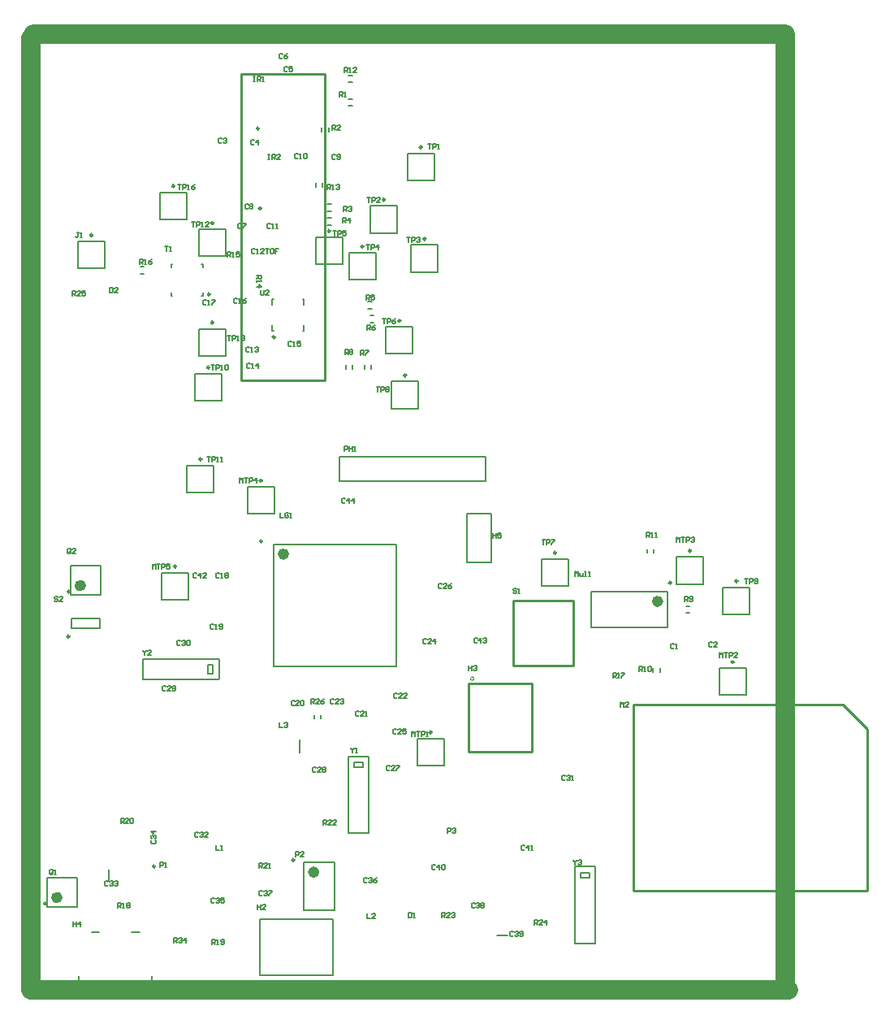
<source format=gto>
G04 Layer_Color=65535*
%FSLAX25Y25*%
%MOIN*%
G70*
G01*
G75*
%ADD48C,0.01000*%
%ADD51C,0.08000*%
%ADD61C,0.00984*%
%ADD62C,0.02362*%
%ADD63C,0.00200*%
%ADD64C,0.00787*%
%ADD65C,0.00500*%
D48*
X93700Y353300D02*
G03*
X93700Y353300I-500J0D01*
G01*
X94500Y320500D02*
G03*
X94500Y320500I-500J0D01*
G01*
X333326Y117000D02*
X343426Y106900D01*
Y40500D02*
Y106900D01*
X247426Y40500D02*
X343426D01*
X247426D02*
Y117000D01*
X333326D01*
X179488Y97616D02*
Y125802D01*
X205685Y97616D02*
Y125802D01*
X179488D02*
X205685D01*
X179488Y97616D02*
X205685D01*
X222520Y133100D02*
Y159600D01*
X198021D02*
X222520D01*
X198021Y133100D02*
Y159600D01*
Y133100D02*
X222520D01*
X86200Y375500D02*
X120700D01*
Y249900D02*
Y375500D01*
X86200Y249900D02*
X120700D01*
X86200D02*
Y375500D01*
X0Y391200D02*
X800Y392000D01*
D51*
X309500Y0D02*
Y392000D01*
X0Y0D02*
Y390400D01*
Y0D02*
X311100D01*
X800Y392000D02*
X309500D01*
D61*
X164492Y105671D02*
G03*
X164492Y105671I-492J0D01*
G01*
X6387Y35423D02*
G03*
X6387Y35423I-492J0D01*
G01*
X51018Y50643D02*
G03*
X51018Y50643I-492J0D01*
G01*
X108164Y53246D02*
G03*
X108164Y53246I-492J0D01*
G01*
X290092Y167671D02*
G03*
X290092Y167671I-492J0D01*
G01*
X154092Y252071D02*
G03*
X154092Y252071I-492J0D01*
G01*
X70092Y217671D02*
G03*
X70092Y217671I-492J0D01*
G01*
X25292Y309571D02*
G03*
X25292Y309571I-492J0D01*
G01*
X151692Y274471D02*
G03*
X151692Y274471I-492J0D01*
G01*
X100187Y267745D02*
G03*
X100187Y267745I-492J0D01*
G01*
X74892Y314471D02*
G03*
X74892Y314471I-492J0D01*
G01*
X58892Y329671D02*
G03*
X58892Y329671I-492J0D01*
G01*
X122892Y311271D02*
G03*
X122892Y311271I-492J0D01*
G01*
X162092Y308071D02*
G03*
X162092Y308071I-492J0D01*
G01*
X136492Y304871D02*
G03*
X136492Y304871I-492J0D01*
G01*
X160492Y345671D02*
G03*
X160492Y345671I-492J0D01*
G01*
X145292Y324071D02*
G03*
X145292Y324071I-492J0D01*
G01*
X74892Y273671D02*
G03*
X74892Y273671I-492J0D01*
G01*
X73292Y255271D02*
G03*
X73292Y255271I-492J0D01*
G01*
X15805Y144987D02*
G03*
X15805Y144987I-492J0D01*
G01*
X288492Y134471D02*
G03*
X288492Y134471I-492J0D01*
G01*
X94977Y183978D02*
G03*
X94977Y183978I-492J0D01*
G01*
X94892Y208871D02*
G03*
X94892Y208871I-492J0D01*
G01*
X59692Y173671D02*
G03*
X59692Y173671I-492J0D01*
G01*
X73547Y285295D02*
G03*
X73547Y285295I-492J0D01*
G01*
X215692Y179271D02*
G03*
X215692Y179271I-492J0D01*
G01*
X15987Y163423D02*
G03*
X15987Y163423I-492J0D01*
G01*
X270892Y180071D02*
G03*
X270892Y180071I-492J0D01*
G01*
X262824Y167024D02*
G03*
X262824Y167024I-492J0D01*
G01*
D62*
X11816Y37835D02*
G03*
X11816Y37835I-1181J0D01*
G01*
X117219Y48305D02*
G03*
X117219Y48305I-1181J0D01*
G01*
X104820Y178761D02*
G03*
X104820Y178761I-1181J0D01*
G01*
X21416Y165835D02*
G03*
X21416Y165835I-1181J0D01*
G01*
X258395Y159346D02*
G03*
X258395Y159346I-1181J0D01*
G01*
D63*
X181912Y127660D02*
G03*
X181912Y127660I-742J0D01*
G01*
D64*
X158488Y103112D02*
X169512D01*
X169512Y92088D02*
Y103112D01*
X158488Y92088D02*
X169512D01*
X158488Y92088D02*
Y103112D01*
X118978Y111213D02*
Y112787D01*
X116222Y111213D02*
Y112787D01*
X6698Y33898D02*
X18902D01*
X6698Y46102D02*
X18902D01*
X6698Y33898D02*
Y46102D01*
X18902Y33898D02*
Y46102D01*
X112101Y32557D02*
Y52242D01*
X124699Y32557D02*
Y52242D01*
X112101D02*
X124699D01*
X112101Y32557D02*
X124699D01*
X191435Y22400D02*
X195765D01*
X258178Y130413D02*
Y131987D01*
X255422Y130413D02*
Y131987D01*
X284088Y165112D02*
X295112D01*
X295112Y154088D02*
Y165112D01*
X284088Y154088D02*
X295112D01*
X284088Y154088D02*
Y165112D01*
X268813Y157378D02*
X270387D01*
X268813Y154622D02*
X270387D01*
X253022Y179213D02*
Y180787D01*
X255778Y179213D02*
Y180787D01*
X148088Y249512D02*
X159112D01*
X159112Y238488D02*
Y249512D01*
X148088Y238488D02*
X159112D01*
X148088Y238488D02*
Y249512D01*
X64088Y215112D02*
X75112D01*
X75112Y204088D02*
Y215112D01*
X64088Y204088D02*
X75112D01*
X64088Y204088D02*
Y215112D01*
X19288Y307012D02*
X30312D01*
X30312Y295988D02*
Y307012D01*
X19288Y295988D02*
X30312D01*
X19288Y295988D02*
Y307012D01*
X44813Y293822D02*
X46387D01*
X44813Y296578D02*
X46387D01*
X129322Y254613D02*
Y256187D01*
X132078Y254613D02*
Y256187D01*
X137022Y254813D02*
Y256387D01*
X139778Y254813D02*
Y256387D01*
X145688Y271912D02*
X156712D01*
X156712Y260888D02*
Y271912D01*
X145688Y260888D02*
X156712D01*
X145688Y260888D02*
Y271912D01*
X139213Y276578D02*
X140787D01*
X139213Y273822D02*
X140787D01*
X138413Y282178D02*
X139987D01*
X138413Y279422D02*
X139987D01*
X112096Y270304D02*
Y272765D01*
X111604Y270304D02*
X112096D01*
Y280835D02*
Y283296D01*
X111604D02*
X112096D01*
X99104D02*
X99596D01*
X99104Y280835D02*
Y283296D01*
Y270304D02*
Y272765D01*
Y270304D02*
X99596D01*
X68888Y311912D02*
X79912D01*
X79912Y300888D02*
Y311912D01*
X68888Y300888D02*
X79912D01*
X68888Y300888D02*
Y311912D01*
X52888Y327112D02*
X63912D01*
X63912Y316088D02*
Y327112D01*
X52888Y316088D02*
X63912D01*
X52888Y316088D02*
Y327112D01*
X116888Y308712D02*
X127912D01*
X127912Y297688D02*
Y308712D01*
X116888Y297688D02*
X127912D01*
X116888Y297688D02*
Y308712D01*
X156088Y305512D02*
X167112D01*
X167112Y294488D02*
Y305512D01*
X156088Y294488D02*
X167112D01*
X156088Y294488D02*
Y305512D01*
X130488Y302312D02*
X141512D01*
X141512Y291288D02*
Y302312D01*
X130488Y291288D02*
X141512D01*
X130488Y291288D02*
Y302312D01*
X154488Y343112D02*
X165512D01*
X165512Y332088D02*
Y343112D01*
X154488Y332088D02*
X165512D01*
X154488Y332088D02*
Y343112D01*
X139288Y321512D02*
X150312D01*
X150312Y310488D02*
Y321512D01*
X139288Y310488D02*
X150312D01*
X139288Y310488D02*
Y321512D01*
X121613Y316578D02*
X123187D01*
X121613Y313822D02*
X123187D01*
X68888Y271112D02*
X79912D01*
X79912Y260088D02*
Y271112D01*
X68888Y260088D02*
X79912D01*
X68888Y260088D02*
Y271112D01*
X67288Y252712D02*
X78312D01*
X78312Y241688D02*
Y252712D01*
X67288Y241688D02*
X78312D01*
X67288Y241688D02*
Y252712D01*
X16495Y148432D02*
Y152368D01*
X28306Y148432D02*
Y152368D01*
X16495Y148432D02*
X28306D01*
X16495Y152368D02*
X28306D01*
X282488Y131912D02*
X293512D01*
X293512Y120888D02*
Y131912D01*
X282488Y120888D02*
X293512D01*
X282488Y120888D02*
Y131912D01*
X99702Y132502D02*
X149898D01*
X99702Y182698D02*
X149898D01*
Y132502D02*
Y182698D01*
X99702Y132502D02*
Y182698D01*
X189000Y175200D02*
Y195200D01*
X179000D02*
X189000D01*
X179000Y175200D02*
Y195200D01*
Y175200D02*
X189000D01*
X32000Y45035D02*
Y49365D01*
X126600Y208600D02*
X186600D01*
X126600Y218600D02*
X186600D01*
X126600Y208600D02*
Y218600D01*
X186600Y208600D02*
Y218600D01*
X88888Y206312D02*
X99912D01*
X99912Y195288D02*
Y206312D01*
X88888Y195288D02*
X99912D01*
X88888Y195288D02*
Y206312D01*
X53688Y171112D02*
X64712D01*
X64712Y160088D02*
Y171112D01*
X53688Y160088D02*
X64712D01*
X53688Y160088D02*
Y171112D01*
X70496Y284704D02*
Y286121D01*
X70063Y284704D02*
X70496D01*
X57504D02*
X57937D01*
X57504D02*
Y286121D01*
Y296279D02*
Y297696D01*
X57937D01*
X70496Y296279D02*
Y297696D01*
X70063D02*
X70496D01*
X209688Y176712D02*
X220712D01*
X220712Y165688D02*
Y176712D01*
X209688Y165688D02*
X220712D01*
X209688Y165688D02*
Y176712D01*
X16298Y161898D02*
X28502D01*
X16298Y174102D02*
X28502D01*
X16298Y161898D02*
Y174102D01*
X28502Y161898D02*
Y174102D01*
X110400Y97441D02*
Y102559D01*
X264888Y177512D02*
X275912D01*
X275912Y166488D02*
Y177512D01*
X264888Y166488D02*
X275912D01*
X264888Y166488D02*
Y177512D01*
X230049Y163284D02*
X261151D01*
X230049Y148716D02*
X261151D01*
Y163284D01*
X230049Y148716D02*
Y163284D01*
X130413Y362622D02*
X131987D01*
X130413Y365378D02*
X131987D01*
X130413Y372222D02*
X131987D01*
X130413Y374978D02*
X131987D01*
X122178Y352013D02*
Y353587D01*
X119422Y352013D02*
Y353587D01*
X117022Y329300D02*
Y330875D01*
X119778Y329300D02*
Y330875D01*
X121613Y322178D02*
X123187D01*
X121613Y319422D02*
X123187D01*
D65*
X24904Y23505D02*
X28054D01*
X41440D02*
X44590D01*
X19786Y2245D02*
Y5788D01*
Y2245D02*
X49708D01*
Y5788D01*
X130300Y95800D02*
X138400D01*
X138600Y95600D01*
X130300Y64300D02*
X138400D01*
X130300D02*
Y95800D01*
X136252Y91194D02*
Y93200D01*
X132700D02*
X136252D01*
X132700Y91194D02*
Y93200D01*
Y91194D02*
X136252D01*
X134400Y93200D02*
X134600D01*
X134400Y91200D02*
X134600D01*
X138600Y64300D02*
Y95600D01*
X223300Y50600D02*
X231400D01*
X231600Y50400D01*
X223300Y19100D02*
X231400D01*
X223300D02*
Y50600D01*
X229252Y45994D02*
Y48000D01*
X225700D02*
X229252D01*
X225700Y45994D02*
Y48000D01*
Y45994D02*
X229252D01*
X227400Y48000D02*
X227600D01*
X227400Y46000D02*
X227600D01*
X231600Y19100D02*
Y50400D01*
X77300Y127500D02*
Y135600D01*
X77100Y127300D02*
X77300Y127500D01*
X45800D02*
Y135600D01*
X77300D01*
X72694Y129648D02*
X74700D01*
Y133200D01*
X72694D02*
X74700D01*
X72694Y129648D02*
Y133200D01*
X74700Y131300D02*
Y131500D01*
X72700Y131300D02*
Y131500D01*
X45800Y127300D02*
X77100D01*
X93885Y29151D02*
X123806D01*
X93885Y5923D02*
Y29151D01*
Y5923D02*
X123806D01*
Y29151D01*
X147333Y91766D02*
X147000Y92099D01*
X146333D01*
X146000Y91766D01*
Y90433D01*
X146333Y90100D01*
X147000D01*
X147333Y90433D01*
X149332Y90100D02*
X147999D01*
X149332Y91433D01*
Y91766D01*
X148999Y92099D01*
X148333D01*
X147999Y91766D01*
X149999Y92099D02*
X151332D01*
Y91766D01*
X149999Y90433D01*
Y90100D01*
X117033Y91066D02*
X116700Y91399D01*
X116033D01*
X115700Y91066D01*
Y89733D01*
X116033Y89400D01*
X116700D01*
X117033Y89733D01*
X119032Y89400D02*
X117699D01*
X119032Y90733D01*
Y91066D01*
X118699Y91399D01*
X118033D01*
X117699Y91066D01*
X119699D02*
X120032Y91399D01*
X120698D01*
X121032Y91066D01*
Y90733D01*
X120698Y90400D01*
X121032Y90066D01*
Y89733D01*
X120698Y89400D01*
X120032D01*
X119699Y89733D01*
Y90066D01*
X120032Y90400D01*
X119699Y90733D01*
Y91066D01*
X120032Y90400D02*
X120698D01*
X156300Y104000D02*
Y105999D01*
X156966Y105333D01*
X157633Y105999D01*
Y104000D01*
X158299Y105999D02*
X159632D01*
X158966D01*
Y104000D01*
X160299D02*
Y105999D01*
X161298D01*
X161632Y105666D01*
Y105000D01*
X161298Y104666D01*
X160299D01*
X162298Y104000D02*
X162964D01*
X162631D01*
Y105999D01*
X162298Y105666D01*
X149933Y106566D02*
X149600Y106899D01*
X148933D01*
X148600Y106566D01*
Y105233D01*
X148933Y104900D01*
X149600D01*
X149933Y105233D01*
X151932Y104900D02*
X150599D01*
X151932Y106233D01*
Y106566D01*
X151599Y106899D01*
X150933D01*
X150599Y106566D01*
X153932Y106899D02*
X152599D01*
Y105900D01*
X153265Y106233D01*
X153598D01*
X153932Y105900D01*
Y105233D01*
X153598Y104900D01*
X152932D01*
X152599Y105233D01*
X115100Y117200D02*
Y119199D01*
X116100D01*
X116433Y118866D01*
Y118200D01*
X116100Y117867D01*
X115100D01*
X115767D02*
X116433Y117200D01*
X118432D02*
X117099D01*
X118432Y118533D01*
Y118866D01*
X118099Y119199D01*
X117433D01*
X117099Y118866D01*
X120432Y119199D02*
X119765Y118866D01*
X119099Y118200D01*
Y117533D01*
X119432Y117200D01*
X120098D01*
X120432Y117533D01*
Y117867D01*
X120098Y118200D01*
X119099D01*
X124333Y118866D02*
X124000Y119199D01*
X123333D01*
X123000Y118866D01*
Y117533D01*
X123333Y117200D01*
X124000D01*
X124333Y117533D01*
X126332Y117200D02*
X124999D01*
X126332Y118533D01*
Y118866D01*
X125999Y119199D01*
X125333D01*
X124999Y118866D01*
X126999D02*
X127332Y119199D01*
X127998D01*
X128332Y118866D01*
Y118533D01*
X127998Y118200D01*
X127665D01*
X127998D01*
X128332Y117867D01*
Y117533D01*
X127998Y117200D01*
X127332D01*
X126999Y117533D01*
X134733Y113966D02*
X134400Y114299D01*
X133733D01*
X133400Y113966D01*
Y112633D01*
X133733Y112300D01*
X134400D01*
X134733Y112633D01*
X136732Y112300D02*
X135399D01*
X136732Y113633D01*
Y113966D01*
X136399Y114299D01*
X135733D01*
X135399Y113966D01*
X137399Y112300D02*
X138065D01*
X137732D01*
Y114299D01*
X137399Y113966D01*
X183133Y144066D02*
X182800Y144399D01*
X182133D01*
X181800Y144066D01*
Y142733D01*
X182133Y142400D01*
X182800D01*
X183133Y142733D01*
X184799Y142400D02*
Y144399D01*
X183799Y143400D01*
X185132D01*
X185799Y144066D02*
X186132Y144399D01*
X186798D01*
X187132Y144066D01*
Y143733D01*
X186798Y143400D01*
X186465D01*
X186798D01*
X187132Y143067D01*
Y142733D01*
X186798Y142400D01*
X186132D01*
X185799Y142733D01*
X162233Y143666D02*
X161900Y143999D01*
X161233D01*
X160900Y143666D01*
Y142333D01*
X161233Y142000D01*
X161900D01*
X162233Y142333D01*
X164232Y142000D02*
X162899D01*
X164232Y143333D01*
Y143666D01*
X163899Y143999D01*
X163233D01*
X162899Y143666D01*
X165898Y142000D02*
Y143999D01*
X164899Y143000D01*
X166232D01*
X8833Y47633D02*
Y48966D01*
X8500Y49299D01*
X7833D01*
X7500Y48966D01*
Y47633D01*
X7833Y47300D01*
X8500D01*
X8167Y47966D02*
X8833Y47300D01*
X8500D02*
X8833Y47633D01*
X9499Y47300D02*
X10166D01*
X9833D01*
Y49299D01*
X9499Y48966D01*
X36800Y68300D02*
Y70299D01*
X37800D01*
X38133Y69966D01*
Y69300D01*
X37800Y68966D01*
X36800D01*
X37466D02*
X38133Y68300D01*
X40132D02*
X38799D01*
X40132Y69633D01*
Y69966D01*
X39799Y70299D01*
X39133D01*
X38799Y69966D01*
X40799D02*
X41132Y70299D01*
X41798D01*
X42132Y69966D01*
Y68633D01*
X41798Y68300D01*
X41132D01*
X40799Y68633D01*
Y69966D01*
X68733Y64266D02*
X68400Y64599D01*
X67733D01*
X67400Y64266D01*
Y62933D01*
X67733Y62600D01*
X68400D01*
X68733Y62933D01*
X69399Y64266D02*
X69733Y64599D01*
X70399D01*
X70732Y64266D01*
Y63933D01*
X70399Y63600D01*
X70066D01*
X70399D01*
X70732Y63266D01*
Y62933D01*
X70399Y62600D01*
X69733D01*
X69399Y62933D01*
X72732Y62600D02*
X71399D01*
X72732Y63933D01*
Y64266D01*
X72398Y64599D01*
X71732D01*
X71399Y64266D01*
X76100Y59199D02*
Y57200D01*
X77433D01*
X78099D02*
X78766D01*
X78433D01*
Y59199D01*
X78099Y58866D01*
X53000Y50400D02*
Y52399D01*
X54000D01*
X54333Y52066D01*
Y51400D01*
X54000Y51066D01*
X53000D01*
X54999Y50400D02*
X55666D01*
X55333D01*
Y52399D01*
X54999Y52066D01*
X35700Y33600D02*
Y35599D01*
X36700D01*
X37033Y35266D01*
Y34600D01*
X36700Y34266D01*
X35700D01*
X36366D02*
X37033Y33600D01*
X37699D02*
X38366D01*
X38033D01*
Y35599D01*
X37699Y35266D01*
X39366D02*
X39699Y35599D01*
X40365D01*
X40698Y35266D01*
Y34933D01*
X40365Y34600D01*
X40698Y34266D01*
Y33933D01*
X40365Y33600D01*
X39699D01*
X39366Y33933D01*
Y34266D01*
X39699Y34600D01*
X39366Y34933D01*
Y35266D01*
X39699Y34600D02*
X40365D01*
X17200Y27899D02*
Y25900D01*
Y26900D01*
X18533D01*
Y27899D01*
Y25900D01*
X20199D02*
Y27899D01*
X19199Y26900D01*
X20532D01*
X58700Y19200D02*
Y21199D01*
X59700D01*
X60033Y20866D01*
Y20200D01*
X59700Y19866D01*
X58700D01*
X59366D02*
X60033Y19200D01*
X60699Y20866D02*
X61033Y21199D01*
X61699D01*
X62032Y20866D01*
Y20533D01*
X61699Y20200D01*
X61366D01*
X61699D01*
X62032Y19866D01*
Y19533D01*
X61699Y19200D01*
X61033D01*
X60699Y19533D01*
X63698Y19200D02*
Y21199D01*
X62699Y20200D01*
X64032D01*
X74400Y18700D02*
Y20699D01*
X75400D01*
X75733Y20366D01*
Y19700D01*
X75400Y19366D01*
X74400D01*
X75066D02*
X75733Y18700D01*
X76399D02*
X77066D01*
X76733D01*
Y20699D01*
X76399Y20366D01*
X78066Y19033D02*
X78399Y18700D01*
X79065D01*
X79398Y19033D01*
Y20366D01*
X79065Y20699D01*
X78399D01*
X78066Y20366D01*
Y20033D01*
X78399Y19700D01*
X79398D01*
X95033Y40466D02*
X94700Y40799D01*
X94033D01*
X93700Y40466D01*
Y39133D01*
X94033Y38800D01*
X94700D01*
X95033Y39133D01*
X95699Y40466D02*
X96033Y40799D01*
X96699D01*
X97032Y40466D01*
Y40133D01*
X96699Y39800D01*
X96366D01*
X96699D01*
X97032Y39466D01*
Y39133D01*
X96699Y38800D01*
X96033D01*
X95699Y39133D01*
X97699Y40799D02*
X99032D01*
Y40466D01*
X97699Y39133D01*
Y38800D01*
X93700Y50000D02*
Y51999D01*
X94700D01*
X95033Y51666D01*
Y51000D01*
X94700Y50666D01*
X93700D01*
X94366D02*
X95033Y50000D01*
X97032D02*
X95699D01*
X97032Y51333D01*
Y51666D01*
X96699Y51999D01*
X96033D01*
X95699Y51666D01*
X97699Y50000D02*
X98365D01*
X98032D01*
Y51999D01*
X97699Y51666D01*
X108500Y54800D02*
Y56799D01*
X109500D01*
X109833Y56466D01*
Y55800D01*
X109500Y55466D01*
X108500D01*
X111832Y54800D02*
X110499D01*
X111832Y56133D01*
Y56466D01*
X111499Y56799D01*
X110833D01*
X110499Y56466D01*
X131400Y99199D02*
Y98866D01*
X132067Y98200D01*
X132733Y98866D01*
Y99199D01*
X132067Y98200D02*
Y97200D01*
X133399D02*
X134066D01*
X133733D01*
Y99199D01*
X133399Y98866D01*
X119900Y67500D02*
Y69499D01*
X120900D01*
X121233Y69166D01*
Y68500D01*
X120900Y68166D01*
X119900D01*
X120566D02*
X121233Y67500D01*
X123232D02*
X121899D01*
X123232Y68833D01*
Y69166D01*
X122899Y69499D01*
X122233D01*
X121899Y69166D01*
X125232Y67500D02*
X123899D01*
X125232Y68833D01*
Y69166D01*
X124898Y69499D01*
X124232D01*
X123899Y69166D01*
X206500Y26800D02*
Y28799D01*
X207500D01*
X207833Y28466D01*
Y27800D01*
X207500Y27466D01*
X206500D01*
X207166D02*
X207833Y26800D01*
X209832D02*
X208499D01*
X209832Y28133D01*
Y28466D01*
X209499Y28799D01*
X208833D01*
X208499Y28466D01*
X211498Y26800D02*
Y28799D01*
X210499Y27800D01*
X211832D01*
X197833Y23566D02*
X197500Y23899D01*
X196833D01*
X196500Y23566D01*
Y22233D01*
X196833Y21900D01*
X197500D01*
X197833Y22233D01*
X198499Y23566D02*
X198833Y23899D01*
X199499D01*
X199832Y23566D01*
Y23233D01*
X199499Y22900D01*
X199166D01*
X199499D01*
X199832Y22567D01*
Y22233D01*
X199499Y21900D01*
X198833D01*
X198499Y22233D01*
X200499D02*
X200832Y21900D01*
X201498D01*
X201832Y22233D01*
Y23566D01*
X201498Y23899D01*
X200832D01*
X200499Y23566D01*
Y23233D01*
X200832Y22900D01*
X201832D01*
X182133Y35266D02*
X181800Y35599D01*
X181133D01*
X180800Y35266D01*
Y33933D01*
X181133Y33600D01*
X181800D01*
X182133Y33933D01*
X182799Y35266D02*
X183133Y35599D01*
X183799D01*
X184132Y35266D01*
Y34933D01*
X183799Y34600D01*
X183466D01*
X183799D01*
X184132Y34266D01*
Y33933D01*
X183799Y33600D01*
X183133D01*
X182799Y33933D01*
X184799Y35266D02*
X185132Y35599D01*
X185798D01*
X186132Y35266D01*
Y34933D01*
X185798Y34600D01*
X186132Y34266D01*
Y33933D01*
X185798Y33600D01*
X185132D01*
X184799Y33933D01*
Y34266D01*
X185132Y34600D01*
X184799Y34933D01*
Y35266D01*
X185132Y34600D02*
X185798D01*
X168500Y29700D02*
Y31699D01*
X169500D01*
X169833Y31366D01*
Y30700D01*
X169500Y30366D01*
X168500D01*
X169167D02*
X169833Y29700D01*
X171832D02*
X170499D01*
X171832Y31033D01*
Y31366D01*
X171499Y31699D01*
X170833D01*
X170499Y31366D01*
X172499D02*
X172832Y31699D01*
X173498D01*
X173832Y31366D01*
Y31033D01*
X173498Y30700D01*
X173165D01*
X173498D01*
X173832Y30366D01*
Y30033D01*
X173498Y29700D01*
X172832D01*
X172499Y30033D01*
X155000Y31799D02*
Y29800D01*
X156000D01*
X156333Y30133D01*
Y31466D01*
X156000Y31799D01*
X155000D01*
X156999Y29800D02*
X157666D01*
X157333D01*
Y31799D01*
X156999Y31466D01*
X137833Y45766D02*
X137500Y46099D01*
X136833D01*
X136500Y45766D01*
Y44433D01*
X136833Y44100D01*
X137500D01*
X137833Y44433D01*
X138499Y45766D02*
X138833Y46099D01*
X139499D01*
X139832Y45766D01*
Y45433D01*
X139499Y45100D01*
X139166D01*
X139499D01*
X139832Y44766D01*
Y44433D01*
X139499Y44100D01*
X138833D01*
X138499Y44433D01*
X141832Y46099D02*
X141165Y45766D01*
X140499Y45100D01*
Y44433D01*
X140832Y44100D01*
X141498D01*
X141832Y44433D01*
Y44766D01*
X141498Y45100D01*
X140499D01*
X165833Y50966D02*
X165500Y51299D01*
X164833D01*
X164500Y50966D01*
Y49633D01*
X164833Y49300D01*
X165500D01*
X165833Y49633D01*
X167499Y49300D02*
Y51299D01*
X166499Y50300D01*
X167832D01*
X168499Y50966D02*
X168832Y51299D01*
X169498D01*
X169832Y50966D01*
Y49633D01*
X169498Y49300D01*
X168832D01*
X168499Y49633D01*
Y50966D01*
X171000Y64400D02*
Y66399D01*
X172000D01*
X172333Y66066D01*
Y65400D01*
X172000Y65066D01*
X171000D01*
X172999Y66066D02*
X173333Y66399D01*
X173999D01*
X174332Y66066D01*
Y65733D01*
X173999Y65400D01*
X173666D01*
X173999D01*
X174332Y65066D01*
Y64733D01*
X173999Y64400D01*
X173333D01*
X172999Y64733D01*
X202633Y58966D02*
X202300Y59299D01*
X201633D01*
X201300Y58966D01*
Y57633D01*
X201633Y57300D01*
X202300D01*
X202633Y57633D01*
X204299Y57300D02*
Y59299D01*
X203299Y58300D01*
X204632D01*
X205299Y57300D02*
X205965D01*
X205632D01*
Y59299D01*
X205299Y58966D01*
X219433Y87766D02*
X219100Y88099D01*
X218433D01*
X218100Y87766D01*
Y86433D01*
X218433Y86100D01*
X219100D01*
X219433Y86433D01*
X220099Y87766D02*
X220433Y88099D01*
X221099D01*
X221432Y87766D01*
Y87433D01*
X221099Y87100D01*
X220766D01*
X221099D01*
X221432Y86766D01*
Y86433D01*
X221099Y86100D01*
X220433D01*
X220099Y86433D01*
X222099Y86100D02*
X222765D01*
X222432D01*
Y88099D01*
X222099Y87766D01*
X222600Y53299D02*
Y52966D01*
X223266Y52300D01*
X223933Y52966D01*
Y53299D01*
X223266Y52300D02*
Y51300D01*
X224599Y52966D02*
X224933Y53299D01*
X225599D01*
X225932Y52966D01*
Y52633D01*
X225599Y52300D01*
X225266D01*
X225599D01*
X225932Y51966D01*
Y51633D01*
X225599Y51300D01*
X224933D01*
X224599Y51633D01*
X242100Y116100D02*
Y118099D01*
X242766Y117433D01*
X243433Y118099D01*
Y116100D01*
X245432D02*
X244099D01*
X245432Y117433D01*
Y117766D01*
X245099Y118099D01*
X244433D01*
X244099Y117766D01*
X238800Y128100D02*
Y130099D01*
X239800D01*
X240133Y129766D01*
Y129100D01*
X239800Y128767D01*
X238800D01*
X239466D02*
X240133Y128100D01*
X240799D02*
X241466D01*
X241133D01*
Y130099D01*
X240799Y129766D01*
X242465Y130099D02*
X243798D01*
Y129766D01*
X242465Y128433D01*
Y128100D01*
X249500Y130500D02*
Y132499D01*
X250500D01*
X250833Y132166D01*
Y131500D01*
X250500Y131167D01*
X249500D01*
X250166D02*
X250833Y130500D01*
X251499D02*
X252166D01*
X251833D01*
Y132499D01*
X251499Y132166D01*
X253166D02*
X253499Y132499D01*
X254165D01*
X254498Y132166D01*
Y130833D01*
X254165Y130500D01*
X253499D01*
X253166Y130833D01*
Y132166D01*
X279733Y142466D02*
X279400Y142799D01*
X278733D01*
X278400Y142466D01*
Y141133D01*
X278733Y140800D01*
X279400D01*
X279733Y141133D01*
X281732Y140800D02*
X280399D01*
X281732Y142133D01*
Y142466D01*
X281399Y142799D01*
X280733D01*
X280399Y142466D01*
X263933Y141766D02*
X263600Y142099D01*
X262933D01*
X262600Y141766D01*
Y140433D01*
X262933Y140100D01*
X263600D01*
X263933Y140433D01*
X264599Y140100D02*
X265266D01*
X264933D01*
Y142099D01*
X264599Y141766D01*
X292900Y168699D02*
X294233D01*
X293566D01*
Y166700D01*
X294899D02*
Y168699D01*
X295899D01*
X296232Y168366D01*
Y167700D01*
X295899Y167367D01*
X294899D01*
X296899Y167033D02*
X297232Y166700D01*
X297898D01*
X298232Y167033D01*
Y168366D01*
X297898Y168699D01*
X297232D01*
X296899Y168366D01*
Y168033D01*
X297232Y167700D01*
X298232D01*
X268200Y159300D02*
Y161299D01*
X269200D01*
X269533Y160966D01*
Y160300D01*
X269200Y159967D01*
X268200D01*
X268866D02*
X269533Y159300D01*
X270199Y159633D02*
X270533Y159300D01*
X271199D01*
X271532Y159633D01*
Y160966D01*
X271199Y161299D01*
X270533D01*
X270199Y160966D01*
Y160633D01*
X270533Y160300D01*
X271532D01*
X252500Y185800D02*
Y187799D01*
X253500D01*
X253833Y187466D01*
Y186800D01*
X253500Y186467D01*
X252500D01*
X253166D02*
X253833Y185800D01*
X254499D02*
X255166D01*
X254833D01*
Y187799D01*
X254499Y187466D01*
X256166Y185800D02*
X256832D01*
X256499D01*
Y187799D01*
X256166Y187466D01*
X141800Y247399D02*
X143133D01*
X142466D01*
Y245400D01*
X143799D02*
Y247399D01*
X144799D01*
X145132Y247066D01*
Y246400D01*
X144799Y246066D01*
X143799D01*
X145799Y247066D02*
X146132Y247399D01*
X146798D01*
X147132Y247066D01*
Y246733D01*
X146798Y246400D01*
X147132Y246066D01*
Y245733D01*
X146798Y245400D01*
X146132D01*
X145799Y245733D01*
Y246066D01*
X146132Y246400D01*
X145799Y246733D01*
Y247066D01*
X146132Y246400D02*
X146798D01*
X72400Y218799D02*
X73733D01*
X73066D01*
Y216800D01*
X74399D02*
Y218799D01*
X75399D01*
X75732Y218466D01*
Y217800D01*
X75399Y217466D01*
X74399D01*
X76399Y216800D02*
X77065D01*
X76732D01*
Y218799D01*
X76399Y218466D01*
X78065Y216800D02*
X78731D01*
X78398D01*
Y218799D01*
X78065Y218466D01*
X89533Y263266D02*
X89200Y263599D01*
X88533D01*
X88200Y263266D01*
Y261933D01*
X88533Y261600D01*
X89200D01*
X89533Y261933D01*
X90199Y261600D02*
X90866D01*
X90533D01*
Y263599D01*
X90199Y263266D01*
X91865D02*
X92199Y263599D01*
X92865D01*
X93198Y263266D01*
Y262933D01*
X92865Y262600D01*
X92532D01*
X92865D01*
X93198Y262266D01*
Y261933D01*
X92865Y261600D01*
X92199D01*
X91865Y261933D01*
X89933Y256766D02*
X89600Y257099D01*
X88933D01*
X88600Y256766D01*
Y255433D01*
X88933Y255100D01*
X89600D01*
X89933Y255433D01*
X90599Y255100D02*
X91266D01*
X90933D01*
Y257099D01*
X90599Y256766D01*
X93265Y255100D02*
Y257099D01*
X92265Y256100D01*
X93598D01*
X19733Y310599D02*
X19067D01*
X19400D01*
Y308933D01*
X19067Y308600D01*
X18733D01*
X18400Y308933D01*
X20399Y308600D02*
X21066D01*
X20733D01*
Y310599D01*
X20399Y310266D01*
X17100Y284500D02*
Y286499D01*
X18100D01*
X18433Y286166D01*
Y285500D01*
X18100Y285166D01*
X17100D01*
X17766D02*
X18433Y284500D01*
X20432D02*
X19099D01*
X20432Y285833D01*
Y286166D01*
X20099Y286499D01*
X19433D01*
X19099Y286166D01*
X22432Y286499D02*
X21099D01*
Y285500D01*
X21765Y285833D01*
X22098D01*
X22432Y285500D01*
Y284833D01*
X22098Y284500D01*
X21432D01*
X21099Y284833D01*
X32200Y287999D02*
Y286000D01*
X33200D01*
X33533Y286333D01*
Y287666D01*
X33200Y287999D01*
X32200D01*
X35532Y286000D02*
X34199D01*
X35532Y287333D01*
Y287666D01*
X35199Y287999D01*
X34533D01*
X34199Y287666D01*
X44700Y297700D02*
Y299699D01*
X45700D01*
X46033Y299366D01*
Y298700D01*
X45700Y298366D01*
X44700D01*
X45366D02*
X46033Y297700D01*
X46699D02*
X47366D01*
X47033D01*
Y299699D01*
X46699Y299366D01*
X49698Y299699D02*
X49032Y299366D01*
X48366Y298700D01*
Y298033D01*
X48699Y297700D01*
X49365D01*
X49698Y298033D01*
Y298366D01*
X49365Y298700D01*
X48366D01*
X71933Y282666D02*
X71600Y282999D01*
X70933D01*
X70600Y282666D01*
Y281333D01*
X70933Y281000D01*
X71600D01*
X71933Y281333D01*
X72599Y281000D02*
X73266D01*
X72933D01*
Y282999D01*
X72599Y282666D01*
X74265Y282999D02*
X75598D01*
Y282666D01*
X74265Y281333D01*
Y281000D01*
X128800Y260500D02*
Y262499D01*
X129800D01*
X130133Y262166D01*
Y261500D01*
X129800Y261166D01*
X128800D01*
X129466D02*
X130133Y260500D01*
X130799Y262166D02*
X131133Y262499D01*
X131799D01*
X132132Y262166D01*
Y261833D01*
X131799Y261500D01*
X132132Y261166D01*
Y260833D01*
X131799Y260500D01*
X131133D01*
X130799Y260833D01*
Y261166D01*
X131133Y261500D01*
X130799Y261833D01*
Y262166D01*
X131133Y261500D02*
X131799D01*
X135400Y260300D02*
Y262299D01*
X136400D01*
X136733Y261966D01*
Y261300D01*
X136400Y260966D01*
X135400D01*
X136066D02*
X136733Y260300D01*
X137399Y262299D02*
X138732D01*
Y261966D01*
X137399Y260633D01*
Y260300D01*
X144300Y275299D02*
X145633D01*
X144966D01*
Y273300D01*
X146299D02*
Y275299D01*
X147299D01*
X147632Y274966D01*
Y274300D01*
X147299Y273966D01*
X146299D01*
X149632Y275299D02*
X148965Y274966D01*
X148299Y274300D01*
Y273633D01*
X148632Y273300D01*
X149298D01*
X149632Y273633D01*
Y273966D01*
X149298Y274300D01*
X148299D01*
X137900Y270700D02*
Y272699D01*
X138900D01*
X139233Y272366D01*
Y271700D01*
X138900Y271366D01*
X137900D01*
X138567D02*
X139233Y270700D01*
X141232Y272699D02*
X140566Y272366D01*
X139899Y271700D01*
Y271033D01*
X140233Y270700D01*
X140899D01*
X141232Y271033D01*
Y271366D01*
X140899Y271700D01*
X139899D01*
X137500Y283100D02*
Y285099D01*
X138500D01*
X138833Y284766D01*
Y284100D01*
X138500Y283766D01*
X137500D01*
X138166D02*
X138833Y283100D01*
X140832Y285099D02*
X139499D01*
Y284100D01*
X140166Y284433D01*
X140499D01*
X140832Y284100D01*
Y283433D01*
X140499Y283100D01*
X139833D01*
X139499Y283433D01*
X80600Y300800D02*
Y302799D01*
X81600D01*
X81933Y302466D01*
Y301800D01*
X81600Y301466D01*
X80600D01*
X81266D02*
X81933Y300800D01*
X82599D02*
X83266D01*
X82933D01*
Y302799D01*
X82599Y302466D01*
X85598Y302799D02*
X84266D01*
Y301800D01*
X84932Y302133D01*
X85265D01*
X85598Y301800D01*
Y301133D01*
X85265Y300800D01*
X84599D01*
X84266Y301133D01*
X94400Y287099D02*
Y285433D01*
X94733Y285100D01*
X95400D01*
X95733Y285433D01*
Y287099D01*
X97732Y285100D02*
X96399D01*
X97732Y286433D01*
Y286766D01*
X97399Y287099D01*
X96733D01*
X96399Y286766D01*
X66100Y314999D02*
X67433D01*
X66766D01*
Y313000D01*
X68099D02*
Y314999D01*
X69099D01*
X69432Y314666D01*
Y314000D01*
X69099Y313666D01*
X68099D01*
X70099Y313000D02*
X70765D01*
X70432D01*
Y314999D01*
X70099Y314666D01*
X73098Y313000D02*
X71765D01*
X73098Y314333D01*
Y314666D01*
X72764Y314999D01*
X72098D01*
X71765Y314666D01*
X60200Y330299D02*
X61533D01*
X60866D01*
Y328300D01*
X62199D02*
Y330299D01*
X63199D01*
X63532Y329966D01*
Y329300D01*
X63199Y328966D01*
X62199D01*
X64199Y328300D02*
X64865D01*
X64532D01*
Y330299D01*
X64199Y329966D01*
X67198Y330299D02*
X66531Y329966D01*
X65865Y329300D01*
Y328633D01*
X66198Y328300D01*
X66865D01*
X67198Y328633D01*
Y328966D01*
X66865Y329300D01*
X65865D01*
X86333Y313866D02*
X86000Y314199D01*
X85333D01*
X85000Y313866D01*
Y312533D01*
X85333Y312200D01*
X86000D01*
X86333Y312533D01*
X86999Y314199D02*
X88332D01*
Y313866D01*
X86999Y312533D01*
Y312200D01*
X91933Y303666D02*
X91600Y303999D01*
X90933D01*
X90600Y303666D01*
Y302333D01*
X90933Y302000D01*
X91600D01*
X91933Y302333D01*
X92599Y302000D02*
X93266D01*
X92933D01*
Y303999D01*
X92599Y303666D01*
X95598Y302000D02*
X94266D01*
X95598Y303333D01*
Y303666D01*
X95265Y303999D01*
X94599D01*
X94266Y303666D01*
X98233Y313966D02*
X97900Y314299D01*
X97233D01*
X96900Y313966D01*
Y312633D01*
X97233Y312300D01*
X97900D01*
X98233Y312633D01*
X98899Y312300D02*
X99566D01*
X99233D01*
Y314299D01*
X98899Y313966D01*
X100566Y312300D02*
X101232D01*
X100899D01*
Y314299D01*
X100566Y313966D01*
X124100Y311399D02*
X125433D01*
X124767D01*
Y309400D01*
X126099D02*
Y311399D01*
X127099D01*
X127432Y311066D01*
Y310400D01*
X127099Y310066D01*
X126099D01*
X129432Y311399D02*
X128099D01*
Y310400D01*
X128765Y310733D01*
X129098D01*
X129432Y310400D01*
Y309733D01*
X129098Y309400D01*
X128432D01*
X128099Y309733D01*
X154300Y308599D02*
X155633D01*
X154966D01*
Y306600D01*
X156299D02*
Y308599D01*
X157299D01*
X157632Y308266D01*
Y307600D01*
X157299Y307266D01*
X156299D01*
X158299Y308266D02*
X158632Y308599D01*
X159298D01*
X159632Y308266D01*
Y307933D01*
X159298Y307600D01*
X158965D01*
X159298D01*
X159632Y307266D01*
Y306933D01*
X159298Y306600D01*
X158632D01*
X158299Y306933D01*
X137600Y305699D02*
X138933D01*
X138267D01*
Y303700D01*
X139599D02*
Y305699D01*
X140599D01*
X140932Y305366D01*
Y304700D01*
X140599Y304366D01*
X139599D01*
X142598Y303700D02*
Y305699D01*
X141599Y304700D01*
X142932D01*
X162900Y346999D02*
X164233D01*
X163567D01*
Y345000D01*
X164899D02*
Y346999D01*
X165899D01*
X166232Y346666D01*
Y346000D01*
X165899Y345666D01*
X164899D01*
X166899Y345000D02*
X167565D01*
X167232D01*
Y346999D01*
X166899Y346666D01*
X138100Y324899D02*
X139433D01*
X138767D01*
Y322900D01*
X140099D02*
Y324899D01*
X141099D01*
X141432Y324566D01*
Y323900D01*
X141099Y323566D01*
X140099D01*
X143432Y322900D02*
X142099D01*
X143432Y324233D01*
Y324566D01*
X143098Y324899D01*
X142432D01*
X142099Y324566D01*
X128100Y314600D02*
Y316599D01*
X129100D01*
X129433Y316266D01*
Y315600D01*
X129100Y315266D01*
X128100D01*
X128767D02*
X129433Y314600D01*
X131099D02*
Y316599D01*
X130099Y315600D01*
X131432D01*
X129033Y201166D02*
X128700Y201499D01*
X128033D01*
X127700Y201166D01*
Y199833D01*
X128033Y199500D01*
X128700D01*
X129033Y199833D01*
X130699Y199500D02*
Y201499D01*
X129699Y200500D01*
X131032D01*
X132698Y199500D02*
Y201499D01*
X131699Y200500D01*
X133032D01*
X80500Y268299D02*
X81833D01*
X81166D01*
Y266300D01*
X82499D02*
Y268299D01*
X83499D01*
X83832Y267966D01*
Y267300D01*
X83499Y266966D01*
X82499D01*
X84499Y266300D02*
X85165D01*
X84832D01*
Y268299D01*
X84499Y267966D01*
X86165D02*
X86498Y268299D01*
X87164D01*
X87498Y267966D01*
Y267633D01*
X87164Y267300D01*
X86831D01*
X87164D01*
X87498Y266966D01*
Y266633D01*
X87164Y266300D01*
X86498D01*
X86165Y266633D01*
X74000Y256199D02*
X75333D01*
X74666D01*
Y254200D01*
X75999D02*
Y256199D01*
X76999D01*
X77332Y255866D01*
Y255200D01*
X76999Y254866D01*
X75999D01*
X77999Y254200D02*
X78665D01*
X78332D01*
Y256199D01*
X77999Y255866D01*
X79665D02*
X79998Y256199D01*
X80664D01*
X80998Y255866D01*
Y254533D01*
X80664Y254200D01*
X79998D01*
X79665Y254533D01*
Y255866D01*
X10933Y160866D02*
X10600Y161199D01*
X9933D01*
X9600Y160866D01*
Y160533D01*
X9933Y160200D01*
X10600D01*
X10933Y159866D01*
Y159533D01*
X10600Y159200D01*
X9933D01*
X9600Y159533D01*
X12932Y159200D02*
X11599D01*
X12932Y160533D01*
Y160866D01*
X12599Y161199D01*
X11933D01*
X11599Y160866D01*
X92600Y293000D02*
X94599D01*
Y292000D01*
X94266Y291667D01*
X93600D01*
X93266Y292000D01*
Y293000D01*
Y292334D02*
X92600Y291667D01*
Y291001D02*
Y290334D01*
Y290667D01*
X94599D01*
X94266Y291001D01*
X92600Y288335D02*
X94599D01*
X93600Y289335D01*
Y288002D01*
X282600Y136200D02*
Y138199D01*
X283266Y137533D01*
X283933Y138199D01*
Y136200D01*
X284599Y138199D02*
X285932D01*
X285266D01*
Y136200D01*
X286599D02*
Y138199D01*
X287598D01*
X287932Y137866D01*
Y137200D01*
X287598Y136866D01*
X286599D01*
X289931Y136200D02*
X288598D01*
X289931Y137533D01*
Y137866D01*
X289598Y138199D01*
X288931D01*
X288598Y137866D01*
X102300Y195799D02*
Y193800D01*
X103633D01*
X105632Y195466D02*
X105299Y195799D01*
X104633D01*
X104299Y195466D01*
Y194133D01*
X104633Y193800D01*
X105299D01*
X105632Y194133D01*
Y194800D01*
X104966D01*
X106299Y193800D02*
X106965D01*
X106632D01*
Y195799D01*
X106299Y195466D01*
X138100Y31299D02*
Y29300D01*
X139433D01*
X141432D02*
X140099D01*
X141432Y30633D01*
Y30966D01*
X141099Y31299D01*
X140433D01*
X140099Y30966D01*
X91200Y374799D02*
X91866D01*
X91533D01*
Y372800D01*
X91200D01*
X91866D01*
X92866D02*
Y374799D01*
X93866D01*
X94199Y374466D01*
Y373800D01*
X93866Y373466D01*
X92866D01*
X93533D02*
X94199Y372800D01*
X94866D02*
X95532D01*
X95199D01*
Y374799D01*
X94866Y374466D01*
X189600Y187399D02*
Y185400D01*
Y186400D01*
X190933D01*
Y187399D01*
Y185400D01*
X192932Y187399D02*
X191599D01*
Y186400D01*
X192266Y186733D01*
X192599D01*
X192932Y186400D01*
Y185733D01*
X192599Y185400D01*
X191933D01*
X191599Y185733D01*
X75233Y37266D02*
X74900Y37599D01*
X74233D01*
X73900Y37266D01*
Y35933D01*
X74233Y35600D01*
X74900D01*
X75233Y35933D01*
X75899Y37266D02*
X76233Y37599D01*
X76899D01*
X77232Y37266D01*
Y36933D01*
X76899Y36600D01*
X76566D01*
X76899D01*
X77232Y36266D01*
Y35933D01*
X76899Y35600D01*
X76233D01*
X75899Y35933D01*
X79232Y37599D02*
X77899D01*
Y36600D01*
X78565Y36933D01*
X78898D01*
X79232Y36600D01*
Y35933D01*
X78898Y35600D01*
X78232D01*
X77899Y35933D01*
X49634Y61433D02*
X49301Y61100D01*
Y60433D01*
X49634Y60100D01*
X50967D01*
X51300Y60433D01*
Y61100D01*
X50967Y61433D01*
X49634Y62099D02*
X49301Y62433D01*
Y63099D01*
X49634Y63432D01*
X49967D01*
X50300Y63099D01*
Y62766D01*
Y63099D01*
X50634Y63432D01*
X50967D01*
X51300Y63099D01*
Y62433D01*
X50967Y62099D01*
X51300Y65098D02*
X49301D01*
X50300Y64099D01*
Y65432D01*
X31533Y44166D02*
X31200Y44499D01*
X30533D01*
X30200Y44166D01*
Y42833D01*
X30533Y42500D01*
X31200D01*
X31533Y42833D01*
X32199Y44166D02*
X32533Y44499D01*
X33199D01*
X33532Y44166D01*
Y43833D01*
X33199Y43500D01*
X32866D01*
X33199D01*
X33532Y43166D01*
Y42833D01*
X33199Y42500D01*
X32533D01*
X32199Y42833D01*
X34199Y44166D02*
X34532Y44499D01*
X35198D01*
X35532Y44166D01*
Y43833D01*
X35198Y43500D01*
X34865D01*
X35198D01*
X35532Y43166D01*
Y42833D01*
X35198Y42500D01*
X34532D01*
X34199Y42833D01*
X150233Y121166D02*
X149900Y121499D01*
X149233D01*
X148900Y121166D01*
Y119833D01*
X149233Y119500D01*
X149900D01*
X150233Y119833D01*
X152232Y119500D02*
X150899D01*
X152232Y120833D01*
Y121166D01*
X151899Y121499D01*
X151233D01*
X150899Y121166D01*
X154232Y119500D02*
X152899D01*
X154232Y120833D01*
Y121166D01*
X153898Y121499D01*
X153232D01*
X152899Y121166D01*
X84733Y283266D02*
X84400Y283599D01*
X83733D01*
X83400Y283266D01*
Y281933D01*
X83733Y281600D01*
X84400D01*
X84733Y281933D01*
X85399Y281600D02*
X86066D01*
X85733D01*
Y283599D01*
X85399Y283266D01*
X88398Y283599D02*
X87732Y283266D01*
X87066Y282600D01*
Y281933D01*
X87399Y281600D01*
X88065D01*
X88398Y281933D01*
Y282266D01*
X88065Y282600D01*
X87066D01*
X106933Y265666D02*
X106600Y265999D01*
X105933D01*
X105600Y265666D01*
Y264333D01*
X105933Y264000D01*
X106600D01*
X106933Y264333D01*
X107599Y264000D02*
X108266D01*
X107933D01*
Y265999D01*
X107599Y265666D01*
X110598Y265999D02*
X109265D01*
Y265000D01*
X109932Y265333D01*
X110265D01*
X110598Y265000D01*
Y264333D01*
X110265Y264000D01*
X109599D01*
X109265Y264333D01*
X91633Y348266D02*
X91300Y348599D01*
X90633D01*
X90300Y348266D01*
Y346933D01*
X90633Y346600D01*
X91300D01*
X91633Y346933D01*
X93299Y346600D02*
Y348599D01*
X92299Y347600D01*
X93632D01*
X128600Y221100D02*
Y223099D01*
X129600D01*
X129933Y222766D01*
Y222100D01*
X129600Y221766D01*
X128600D01*
X130599Y223099D02*
Y221100D01*
Y222100D01*
X131932D01*
Y223099D01*
Y221100D01*
X132599D02*
X133265D01*
X132932D01*
Y223099D01*
X132599Y222766D01*
X85500Y208000D02*
Y209999D01*
X86166Y209333D01*
X86833Y209999D01*
Y208000D01*
X87499Y209999D02*
X88832D01*
X88166D01*
Y208000D01*
X89499D02*
Y209999D01*
X90498D01*
X90832Y209666D01*
Y209000D01*
X90498Y208666D01*
X89499D01*
X92498Y208000D02*
Y209999D01*
X91498Y209000D01*
X92831D01*
X49800Y172800D02*
Y174799D01*
X50466Y174133D01*
X51133Y174799D01*
Y172800D01*
X51799Y174799D02*
X53132D01*
X52466D01*
Y172800D01*
X53799D02*
Y174799D01*
X54798D01*
X55132Y174466D01*
Y173800D01*
X54798Y173467D01*
X53799D01*
X57131Y174799D02*
X55798D01*
Y173800D01*
X56464Y174133D01*
X56798D01*
X57131Y173800D01*
Y173133D01*
X56798Y172800D01*
X56131D01*
X55798Y173133D01*
X68033Y170766D02*
X67700Y171099D01*
X67033D01*
X66700Y170766D01*
Y169433D01*
X67033Y169100D01*
X67700D01*
X68033Y169433D01*
X69699Y169100D02*
Y171099D01*
X68699Y170100D01*
X70032D01*
X72032Y169100D02*
X70699D01*
X72032Y170433D01*
Y170766D01*
X71698Y171099D01*
X71032D01*
X70699Y170766D01*
X77433D02*
X77100Y171099D01*
X76433D01*
X76100Y170766D01*
Y169433D01*
X76433Y169100D01*
X77100D01*
X77433Y169433D01*
X78099Y169100D02*
X78766D01*
X78433D01*
Y171099D01*
X78099Y170766D01*
X79765D02*
X80099Y171099D01*
X80765D01*
X81098Y170766D01*
Y170433D01*
X80765Y170100D01*
X81098Y169766D01*
Y169433D01*
X80765Y169100D01*
X80099D01*
X79765Y169433D01*
Y169766D01*
X80099Y170100D01*
X79765Y170433D01*
Y170766D01*
X80099Y170100D02*
X80765D01*
X74933Y149566D02*
X74600Y149899D01*
X73933D01*
X73600Y149566D01*
Y148233D01*
X73933Y147900D01*
X74600D01*
X74933Y148233D01*
X75599Y147900D02*
X76266D01*
X75933D01*
Y149899D01*
X75599Y149566D01*
X77266Y148233D02*
X77599Y147900D01*
X78265D01*
X78598Y148233D01*
Y149566D01*
X78265Y149899D01*
X77599D01*
X77266Y149566D01*
Y149233D01*
X77599Y148900D01*
X78598D01*
X61433Y143066D02*
X61100Y143399D01*
X60433D01*
X60100Y143066D01*
Y141733D01*
X60433Y141400D01*
X61100D01*
X61433Y141733D01*
X62099Y143066D02*
X62433Y143399D01*
X63099D01*
X63432Y143066D01*
Y142733D01*
X63099Y142400D01*
X62766D01*
X63099D01*
X63432Y142067D01*
Y141733D01*
X63099Y141400D01*
X62433D01*
X62099Y141733D01*
X64099Y143066D02*
X64432Y143399D01*
X65098D01*
X65432Y143066D01*
Y141733D01*
X65098Y141400D01*
X64432D01*
X64099Y141733D01*
Y143066D01*
X55233Y124466D02*
X54900Y124799D01*
X54233D01*
X53900Y124466D01*
Y123133D01*
X54233Y122800D01*
X54900D01*
X55233Y123133D01*
X57232Y122800D02*
X55899D01*
X57232Y124133D01*
Y124466D01*
X56899Y124799D01*
X56233D01*
X55899Y124466D01*
X57899Y123133D02*
X58232Y122800D01*
X58898D01*
X59232Y123133D01*
Y124466D01*
X58898Y124799D01*
X58232D01*
X57899Y124466D01*
Y124133D01*
X58232Y123800D01*
X59232D01*
X45900Y139199D02*
Y138866D01*
X46566Y138200D01*
X47233Y138866D01*
Y139199D01*
X46566Y138200D02*
Y137200D01*
X49232D02*
X47899D01*
X49232Y138533D01*
Y138866D01*
X48899Y139199D01*
X48233D01*
X47899Y138866D01*
X168733Y166466D02*
X168400Y166799D01*
X167733D01*
X167400Y166466D01*
Y165133D01*
X167733Y164800D01*
X168400D01*
X168733Y165133D01*
X170732Y164800D02*
X169399D01*
X170732Y166133D01*
Y166466D01*
X170399Y166799D01*
X169733D01*
X169399Y166466D01*
X172732Y166799D02*
X172065Y166466D01*
X171399Y165800D01*
Y165133D01*
X171732Y164800D01*
X172398D01*
X172732Y165133D01*
Y165466D01*
X172398Y165800D01*
X171399D01*
X93100Y35099D02*
Y33100D01*
Y34100D01*
X94433D01*
Y35099D01*
Y33100D01*
X96432D02*
X95099D01*
X96432Y34433D01*
Y34766D01*
X96099Y35099D01*
X95433D01*
X95099Y34766D01*
X179500Y132999D02*
Y131000D01*
Y132000D01*
X180833D01*
Y132999D01*
Y131000D01*
X181499Y132666D02*
X181833Y132999D01*
X182499D01*
X182832Y132666D01*
Y132333D01*
X182499Y132000D01*
X182166D01*
X182499D01*
X182832Y131667D01*
Y131333D01*
X182499Y131000D01*
X181833D01*
X181499Y131333D01*
X55100Y305099D02*
X56433D01*
X55766D01*
Y303100D01*
X57099D02*
X57766D01*
X57433D01*
Y305099D01*
X57099Y304766D01*
X96300Y303999D02*
X97633D01*
X96966D01*
Y302000D01*
X99299Y303999D02*
X98633D01*
X98299Y303666D01*
Y302333D01*
X98633Y302000D01*
X99299D01*
X99632Y302333D01*
Y303666D01*
X99299Y303999D01*
X101632D02*
X100299D01*
Y303000D01*
X100965D01*
X100299D01*
Y302000D01*
X209800Y184799D02*
X211133D01*
X210466D01*
Y182800D01*
X211799D02*
Y184799D01*
X212799D01*
X213132Y184466D01*
Y183800D01*
X212799Y183466D01*
X211799D01*
X213799Y184799D02*
X215132D01*
Y184466D01*
X213799Y183133D01*
Y182800D01*
X108133Y118466D02*
X107800Y118799D01*
X107133D01*
X106800Y118466D01*
Y117133D01*
X107133Y116800D01*
X107800D01*
X108133Y117133D01*
X110132Y116800D02*
X108799D01*
X110132Y118133D01*
Y118466D01*
X109799Y118799D01*
X109133D01*
X108799Y118466D01*
X110799D02*
X111132Y118799D01*
X111798D01*
X112132Y118466D01*
Y117133D01*
X111798Y116800D01*
X111132D01*
X110799Y117133D01*
Y118466D01*
X199333Y164266D02*
X199000Y164599D01*
X198333D01*
X198000Y164266D01*
Y163933D01*
X198333Y163600D01*
X199000D01*
X199333Y163267D01*
Y162933D01*
X199000Y162600D01*
X198333D01*
X198000Y162933D01*
X199999Y162600D02*
X200666D01*
X200333D01*
Y164599D01*
X199999Y164266D01*
X16333Y179233D02*
Y180566D01*
X16000Y180899D01*
X15333D01*
X15000Y180566D01*
Y179233D01*
X15333Y178900D01*
X16000D01*
X15666Y179567D02*
X16333Y178900D01*
X16000D02*
X16333Y179233D01*
X18332Y178900D02*
X16999D01*
X18332Y180233D01*
Y180566D01*
X17999Y180899D01*
X17333D01*
X16999Y180566D01*
X102000Y109599D02*
Y107600D01*
X103333D01*
X103999Y109266D02*
X104333Y109599D01*
X104999D01*
X105332Y109266D01*
Y108933D01*
X104999Y108600D01*
X104666D01*
X104999D01*
X105332Y108266D01*
Y107933D01*
X104999Y107600D01*
X104333D01*
X103999Y107933D01*
X265000Y183600D02*
Y185599D01*
X265666Y184933D01*
X266333Y185599D01*
Y183600D01*
X266999Y185599D02*
X268332D01*
X267666D01*
Y183600D01*
X268999D02*
Y185599D01*
X269998D01*
X270332Y185266D01*
Y184600D01*
X269998Y184266D01*
X268999D01*
X270998Y185266D02*
X271331Y185599D01*
X271998D01*
X272331Y185266D01*
Y184933D01*
X271998Y184600D01*
X271665D01*
X271998D01*
X272331Y184266D01*
Y183933D01*
X271998Y183600D01*
X271331D01*
X270998Y183933D01*
X223400Y169500D02*
Y171499D01*
X224066Y170833D01*
X224733Y171499D01*
Y169500D01*
X225399Y170833D02*
Y169833D01*
X225733Y169500D01*
X226732D01*
Y170833D01*
X227399Y169500D02*
X228065D01*
X227732D01*
Y171499D01*
X227399D01*
X229065Y169500D02*
X229731D01*
X229398D01*
Y171499D01*
X229065Y171166D01*
X105233Y378166D02*
X104900Y378499D01*
X104233D01*
X103900Y378166D01*
Y376833D01*
X104233Y376500D01*
X104900D01*
X105233Y376833D01*
X107232Y378499D02*
X105899D01*
Y377500D01*
X106566Y377833D01*
X106899D01*
X107232Y377500D01*
Y376833D01*
X106899Y376500D01*
X106233D01*
X105899Y376833D01*
X103333Y383566D02*
X103000Y383899D01*
X102333D01*
X102000Y383566D01*
Y382233D01*
X102333Y381900D01*
X103000D01*
X103333Y382233D01*
X105332Y383899D02*
X104666Y383566D01*
X103999Y382900D01*
Y382233D01*
X104333Y381900D01*
X104999D01*
X105332Y382233D01*
Y382566D01*
X104999Y382900D01*
X103999D01*
X126700Y366400D02*
Y368399D01*
X127700D01*
X128033Y368066D01*
Y367400D01*
X127700Y367066D01*
X126700D01*
X127366D02*
X128033Y366400D01*
X128699D02*
X129366D01*
X129033D01*
Y368399D01*
X128699Y368066D01*
X128500Y376200D02*
Y378199D01*
X129500D01*
X129833Y377866D01*
Y377200D01*
X129500Y376866D01*
X128500D01*
X129166D02*
X129833Y376200D01*
X130499D02*
X131166D01*
X130833D01*
Y378199D01*
X130499Y377866D01*
X133498Y376200D02*
X132166D01*
X133498Y377533D01*
Y377866D01*
X133165Y378199D01*
X132499D01*
X132166Y377866D01*
X123600Y352800D02*
Y354799D01*
X124600D01*
X124933Y354466D01*
Y353800D01*
X124600Y353466D01*
X123600D01*
X124267D02*
X124933Y352800D01*
X126932D02*
X125599D01*
X126932Y354133D01*
Y354466D01*
X126599Y354799D01*
X125933D01*
X125599Y354466D01*
X121600Y328300D02*
Y330299D01*
X122600D01*
X122933Y329966D01*
Y329300D01*
X122600Y328966D01*
X121600D01*
X122266D02*
X122933Y328300D01*
X123599D02*
X124266D01*
X123933D01*
Y330299D01*
X123599Y329966D01*
X125266D02*
X125599Y330299D01*
X126265D01*
X126598Y329966D01*
Y329633D01*
X126265Y329300D01*
X125932D01*
X126265D01*
X126598Y328966D01*
Y328633D01*
X126265Y328300D01*
X125599D01*
X125266Y328633D01*
X109633Y342766D02*
X109300Y343099D01*
X108633D01*
X108300Y342766D01*
Y341433D01*
X108633Y341100D01*
X109300D01*
X109633Y341433D01*
X110299Y341100D02*
X110966D01*
X110633D01*
Y343099D01*
X110299Y342766D01*
X111966D02*
X112299Y343099D01*
X112965D01*
X113298Y342766D01*
Y341433D01*
X112965Y341100D01*
X112299D01*
X111966Y341433D01*
Y342766D01*
X97300Y342599D02*
X97966D01*
X97633D01*
Y340600D01*
X97300D01*
X97966D01*
X98966D02*
Y342599D01*
X99966D01*
X100299Y342266D01*
Y341600D01*
X99966Y341266D01*
X98966D01*
X99633D02*
X100299Y340600D01*
X102298D02*
X100965D01*
X102298Y341933D01*
Y342266D01*
X101965Y342599D01*
X101299D01*
X100965Y342266D01*
X78333Y348966D02*
X78000Y349299D01*
X77333D01*
X77000Y348966D01*
Y347633D01*
X77333Y347300D01*
X78000D01*
X78333Y347633D01*
X78999Y348966D02*
X79333Y349299D01*
X79999D01*
X80332Y348966D01*
Y348633D01*
X79999Y348300D01*
X79666D01*
X79999D01*
X80332Y347966D01*
Y347633D01*
X79999Y347300D01*
X79333D01*
X78999Y347633D01*
X124933Y342466D02*
X124600Y342799D01*
X123933D01*
X123600Y342466D01*
Y341133D01*
X123933Y340800D01*
X124600D01*
X124933Y341133D01*
X125599D02*
X125933Y340800D01*
X126599D01*
X126932Y341133D01*
Y342466D01*
X126599Y342799D01*
X125933D01*
X125599Y342466D01*
Y342133D01*
X125933Y341800D01*
X126932D01*
X89133Y322066D02*
X88800Y322399D01*
X88133D01*
X87800Y322066D01*
Y320733D01*
X88133Y320400D01*
X88800D01*
X89133Y320733D01*
X89799Y322066D02*
X90133Y322399D01*
X90799D01*
X91132Y322066D01*
Y321733D01*
X90799Y321400D01*
X91132Y321066D01*
Y320733D01*
X90799Y320400D01*
X90133D01*
X89799Y320733D01*
Y321066D01*
X90133Y321400D01*
X89799Y321733D01*
Y322066D01*
X90133Y321400D02*
X90799D01*
X128300Y319200D02*
Y321199D01*
X129300D01*
X129633Y320866D01*
Y320200D01*
X129300Y319866D01*
X128300D01*
X128966D02*
X129633Y319200D01*
X130299Y320866D02*
X130633Y321199D01*
X131299D01*
X131632Y320866D01*
Y320533D01*
X131299Y320200D01*
X130966D01*
X131299D01*
X131632Y319866D01*
Y319533D01*
X131299Y319200D01*
X130633D01*
X130299Y319533D01*
M02*

</source>
